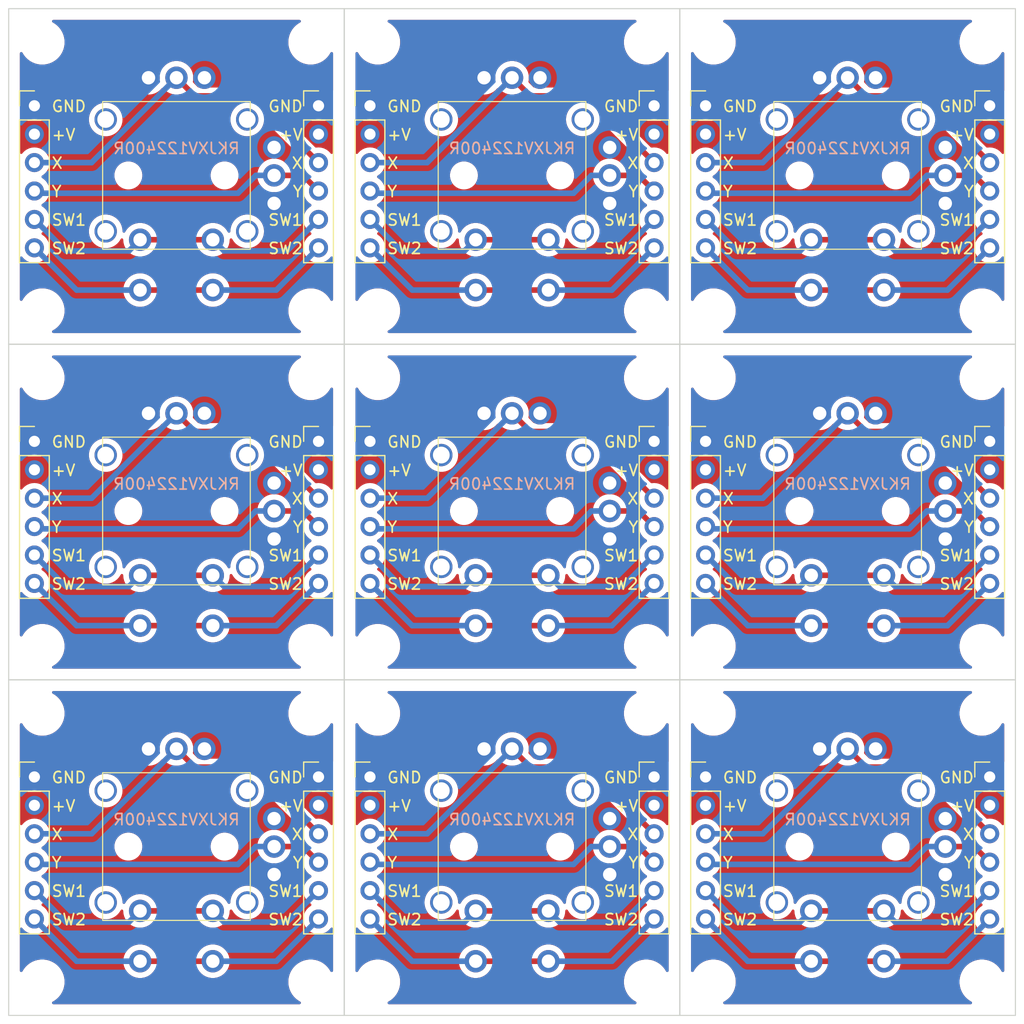
<source format=kicad_pcb>
(kicad_pcb (version 20240108) (generator "pcbnew") (generator_version "8.0")
  (layers (0 "F.Cu" signal) (31 "B.Cu" signal) (34 "B.Paste" user) (35 "F.Paste" user) (36 "B.SilkS" user "B.Silkscreen") (37 "F.SilkS" user "F.Silkscreen") (38 "B.Mask" user) (39 "F.Mask" user) (44 "Edge.Cuts" user))
  (net 0 "")
  (net 1 "SW2")
  (net 2 "X")
  (net 3 "GND")
  (net 4 "VCC")
  (net 5 "SW1")
  (net 6 "Y")
  (footprint "myjoystick:RKJXV122400R" (layer "F.Cu") (at 60 89.905)
    (property "Reference" "U1")
    (property "Value" "RKJXV122400R")
  )
  (footprint "MountingHole:MountingHole_3.5mm" (layer "F.Cu") (at 18 18)
    (property "Reference" "REF**" (hide yes))
    (property "Value" "MountingHole_3.5mm" (hide yes))
  )
  (footprint "MountingHole:MountingHole_3.5mm" (layer "F.Cu") (at 102 48)
    (property "Reference" "REF**" (hide yes))
    (property "Value" "MountingHole_3.5mm" (hide yes))
  )
  (footprint "myjoystick:RKJXV122400R" (layer "F.Cu") (at 60 59.905)
    (property "Reference" "U1")
    (property "Value" "RKJXV122400R")
  )
  (footprint "Connector_PinHeader_2.54mm:PinHeader_1x06_P2.54mm_Vertical" (layer "F.Cu") (at 17.3 23.68)
    (property "Reference" "J1")
    (property "Value" "Conn_01x06_Pin" (hide yes))
  )
  (footprint "myjoystick:RKJXV122400R" (layer "F.Cu") (at 90 59.905)
    (property "Reference" "U1")
    (property "Value" "RKJXV122400R")
  )
  (footprint "Connector_PinHeader_2.54mm:PinHeader_1x06_P2.54mm_Vertical" (layer "F.Cu") (at 17.3 83.68)
    (property "Reference" "J1")
    (property "Value" "Conn_01x06_Pin" (hide yes))
  )
  (footprint "Connector_PinHeader_2.54mm:PinHeader_1x06_P2.54mm_Vertical" (layer "F.Cu") (at 47.3 53.68)
    (property "Reference" "J1")
    (property "Value" "Conn_01x06_Pin" (hide yes))
  )
  (footprint "myjoystick:RKJXV122400R" (layer "F.Cu") (at 90 89.905)
    (property "Reference" "U1")
    (property "Value" "RKJXV122400R")
  )
  (footprint "MountingHole:MountingHole_3.5mm" (layer "F.Cu") (at 18 102)
    (property "Reference" "REF**" (hide yes))
    (property "Value" "MountingHole_3.5mm" (hide yes))
  )
  (footprint "MountingHole:MountingHole_3.5mm" (layer "F.Cu") (at 48 48)
    (property "Reference" "REF**" (hide yes))
    (property "Value" "MountingHole_3.5mm" (hide yes))
  )
  (footprint "MountingHole:MountingHole_3.5mm" (layer "F.Cu") (at 78 102)
    (property "Reference" "REF**" (hide yes))
    (property "Value" "MountingHole_3.5mm" (hide yes))
  )
  (footprint "MountingHole:MountingHole_3.5mm" (layer "F.Cu") (at 72 48)
    (property "Reference" "REF**" (hide yes))
    (property "Value" "MountingHole_3.5mm" (hide yes))
  )
  (footprint "Connector_PinHeader_2.54mm:PinHeader_1x06_P2.54mm_Vertical" (layer "F.Cu") (at 47.3 23.68)
    (property "Reference" "J1")
    (property "Value" "Conn_01x06_Pin" (hide yes))
  )
  (footprint "myjoystick:RKJXV122400R" (layer "F.Cu") (at 60 29.905)
    (property "Reference" "U1")
    (property "Value" "RKJXV122400R")
  )
  (footprint "myjoystick:RKJXV122400R" (layer "F.Cu") (at 30 59.905)
    (property "Reference" "U1")
    (property "Value" "RKJXV122400R")
  )
  (footprint "MountingHole:MountingHole_3.5mm" (layer "F.Cu") (at 18 48)
    (property "Reference" "REF**" (hide yes))
    (property "Value" "MountingHole_3.5mm" (hide yes))
  )
  (footprint "Connector_PinHeader_2.54mm:PinHeader_1x06_P2.54mm_Vertical" (layer "F.Cu") (at 77.3 53.68)
    (property "Reference" "J1")
    (property "Value" "Conn_01x06_Pin" (hide yes))
  )
  (footprint "MountingHole:MountingHole_3.5mm" (layer "F.Cu") (at 48 72)
    (property "Reference" "REF**" (hide yes))
    (property "Value" "MountingHole_3.5mm" (hide yes))
  )
  (footprint "Connector_PinHeader_2.54mm:PinHeader_1x06_P2.54mm_Vertical" (layer "F.Cu") (at 72.7 83.68)
    (property "Reference" "J2")
    (property "Value" "Conn_01x06_Pin" (hide yes))
  )
  (footprint "MountingHole:MountingHole_3.5mm" (layer "F.Cu") (at 42 78)
    (property "Reference" "REF**" (hide yes))
    (property "Value" "MountingHole_3.5mm" (hide yes))
  )
  (footprint "Connector_PinHeader_2.54mm:PinHeader_1x06_P2.54mm_Vertical" (layer "F.Cu") (at 102.7 53.68)
    (property "Reference" "J2")
    (property "Value" "Conn_01x06_Pin" (hide yes))
  )
  (footprint "Connector_PinHeader_2.54mm:PinHeader_1x06_P2.54mm_Vertical" (layer "F.Cu") (at 42.7 83.68)
    (property "Reference" "J2")
    (property "Value" "Conn_01x06_Pin" (hide yes))
  )
  (footprint "MountingHole:MountingHole_3.5mm" (layer "F.Cu") (at 102 78)
    (property "Reference" "REF**" (hide yes))
    (property "Value" "MountingHole_3.5mm" (hide yes))
  )
  (footprint "MountingHole:MountingHole_3.5mm" (layer "F.Cu") (at 42 48)
    (property "Reference" "REF**" (hide yes))
    (property "Value" "MountingHole_3.5mm" (hide yes))
  )
  (footprint "MountingHole:MountingHole_3.5mm" (layer "F.Cu") (at 48 42)
    (property "Reference" "REF**" (hide yes))
    (property "Value" "MountingHole_3.5mm" (hide yes))
  )
  (footprint "MountingHole:MountingHole_3.5mm" (layer "F.Cu") (at 18 72)
    (property "Reference" "REF**" (hide yes))
    (property "Value" "MountingHole_3.5mm" (hide yes))
  )
  (footprint "MountingHole:MountingHole_3.5mm" (layer "F.Cu") (at 78 48)
    (property "Reference" "REF**" (hide yes))
    (property "Value" "MountingHole_3.5mm" (hide yes))
  )
  (footprint "MountingHole:MountingHole_3.5mm" (layer "F.Cu") (at 72 72)
    (property "Reference" "REF**" (hide yes))
    (property "Value" "MountingHole_3.5mm" (hide yes))
  )
  (footprint "Connector_PinHeader_2.54mm:PinHeader_1x06_P2.54mm_Vertical" (layer "F.Cu") (at 77.3 23.68)
    (property "Reference" "J1")
    (property "Value" "Conn_01x06_Pin" (hide yes))
  )
  (footprint "myjoystick:RKJXV122400R" (layer "F.Cu") (at 30 29.905)
    (property "Reference" "U1")
    (property "Value" "RKJXV122400R")
  )
  (footprint "MountingHole:MountingHole_3.5mm" (layer "F.Cu") (at 78 42)
    (property "Reference" "REF**" (hide yes))
    (property "Value" "MountingHole_3.5mm" (hide yes))
  )
  (footprint "MountingHole:MountingHole_3.5mm" (layer "F.Cu") (at 48 18)
    (property "Reference" "REF**" (hide yes))
    (property "Value" "MountingHole_3.5mm" (hide yes))
  )
  (footprint "Connector_PinHeader_2.54mm:PinHeader_1x06_P2.54mm_Vertical" (layer "F.Cu") (at 77.3 83.68)
    (property "Reference" "J1")
    (property "Value" "Conn_01x06_Pin" (hide yes))
  )
  (footprint "MountingHole:MountingHole_3.5mm" (layer "F.Cu") (at 42 72)
    (property "Reference" "REF**" (hide yes))
    (property "Value" "MountingHole_3.5mm" (hide yes))
  )
  (footprint "MountingHole:MountingHole_3.5mm" (layer "F.Cu") (at 78 72)
    (property "Reference" "REF**" (hide yes))
    (property "Value" "MountingHole_3.5mm" (hide yes))
  )
  (footprint "Connector_PinHeader_2.54mm:PinHeader_1x06_P2.54mm_Vertical" (layer "F.Cu") (at 17.3 53.68)
    (property "Reference" "J1")
    (property "Value" "Conn_01x06_Pin" (hide yes))
  )
  (footprint "MountingHole:MountingHole_3.5mm" (layer "F.Cu") (at 72 42)
    (property "Reference" "REF**" (hide yes))
    (property "Value" "MountingHole_3.5mm" (hide yes))
  )
  (footprint "MountingHole:MountingHole_3.5mm" (layer "F.Cu") (at 42 18)
    (property "Reference" "REF**" (hide yes))
    (property "Value" "MountingHole_3.5mm" (hide yes))
  )
  (footprint "Connector_PinHeader_2.54mm:PinHeader_1x06_P2.54mm_Vertical" (layer "F.Cu") (at 72.7 23.68)
    (property "Reference" "J2")
    (property "Value" "Conn_01x06_Pin" (hide yes))
  )
  (footprint "Connector_PinHeader_2.54mm:PinHeader_1x06_P2.54mm_Vertical" (layer "F.Cu") (at 47.3 83.68)
    (property "Reference" "J1")
    (property "Value" "Conn_01x06_Pin" (hide yes))
  )
  (footprint "MountingHole:MountingHole_3.5mm" (layer "F.Cu") (at 102 102)
    (property "Reference" "REF**" (hide yes))
    (property "Value" "MountingHole_3.5mm" (hide yes))
  )
  (footprint "Connector_PinHeader_2.54mm:PinHeader_1x06_P2.54mm_Vertical" (layer "F.Cu") (at 42.7 53.68)
    (property "Reference" "J2")
    (property "Value" "Conn_01x06_Pin" (hide yes))
  )
  (footprint "MountingHole:MountingHole_3.5mm" (layer "F.Cu") (at 78 18)
    (property "Reference" "REF**" (hide yes))
    (property "Value" "MountingHole_3.5mm" (hide yes))
  )
  (footprint "MountingHole:MountingHole_3.5mm" (layer "F.Cu") (at 72 78)
    (property "Reference" "REF**" (hide yes))
    (property "Value" "MountingHole_3.5mm" (hide yes))
  )
  (footprint "MountingHole:MountingHole_3.5mm" (layer "F.Cu") (at 72 18)
    (property "Reference" "REF**" (hide yes))
    (property "Value" "MountingHole_3.5mm" (hide yes))
  )
  (footprint "MountingHole:MountingHole_3.5mm" (layer "F.Cu") (at 18 42)
    (property "Reference" "REF**" (hide yes))
    (property "Value" "MountingHole_3.5mm" (hide yes))
  )
  (footprint "myjoystick:RKJXV122400R" (layer "F.Cu") (at 90 29.905)
    (property "Reference" "U1")
    (property "Value" "RKJXV122400R")
  )
  (footprint "Connector_PinHeader_2.54mm:PinHeader_1x06_P2.54mm_Vertical" (layer "F.Cu") (at 72.7 53.68)
    (property "Reference" "J2")
    (property "Value" "Conn_01x06_Pin" (hide yes))
  )
  (footprint "MountingHole:MountingHole_3.5mm" (layer "F.Cu") (at 48 78)
    (property "Reference" "REF**" (hide yes))
    (property "Value" "MountingHole_3.5mm" (hide yes))
  )
  (footprint "MountingHole:MountingHole_3.5mm" (layer "F.Cu") (at 18 78)
    (property "Reference" "REF**" (hide yes))
    (property "Value" "MountingHole_3.5mm" (hide yes))
  )
  (footprint "myjoystick:RKJXV122400R" (layer "F.Cu") (at 30 89.905)
    (property "Reference" "U1")
    (property "Value" "RKJXV122400R")
  )
  (footprint "MountingHole:MountingHole_3.5mm" (layer "F.Cu") (at 42 42)
    (property "Reference" "REF**" (hide yes))
    (property "Value" "MountingHole_3.5mm" (hide yes))
  )
  (footprint "Connector_PinHeader_2.54mm:PinHeader_1x06_P2.54mm_Vertical" (layer "F.Cu") (at 42.7 23.68)
    (property "Reference" "J2")
    (property "Value" "Conn_01x06_Pin" (hide yes))
  )
  (footprint "MountingHole:MountingHole_3.5mm" (layer "F.Cu") (at 48 102)
    (property "Reference" "REF**" (hide yes))
    (property "Value" "MountingHole_3.5mm" (hide yes))
  )
  (footprint "MountingHole:MountingHole_3.5mm" (layer "F.Cu") (at 102 42)
    (property "Reference" "REF**" (hide yes))
    (property "Value" "MountingHole_3.5mm" (hide yes))
  )
  (footprint "MountingHole:MountingHole_3.5mm" (layer "F.Cu") (at 102 72)
    (property "Reference" "REF**" (hide yes))
    (property "Value" "MountingHole_3.5mm" (hide yes))
  )
  (footprint "MountingHole:MountingHole_3.5mm" (layer "F.Cu") (at 72 102)
    (property "Reference" "REF**" (hide yes))
    (property "Value" "MountingHole_3.5mm" (hide yes))
  )
  (footprint "MountingHole:MountingHole_3.5mm" (layer "F.Cu") (at 78 78)
    (property "Reference" "REF**" (hide yes))
    (property "Value" "MountingHole_3.5mm" (hide yes))
  )
  (footprint "MountingHole:MountingHole_3.5mm" (layer "F.Cu") (at 102 18)
    (property "Reference" "REF**" (hide yes))
    (property "Value" "MountingHole_3.5mm" (hide yes))
  )
  (footprint "Connector_PinHeader_2.54mm:PinHeader_1x06_P2.54mm_Vertical" (layer "F.Cu") (at 102.7 23.68)
    (property "Reference" "J2")
    (property "Value" "Conn_01x06_Pin" (hide yes))
  )
  (footprint "Connector_PinHeader_2.54mm:PinHeader_1x06_P2.54mm_Vertical" (layer "F.Cu") (at 102.7 83.68)
    (property "Reference" "J2")
    (property "Value" "Conn_01x06_Pin" (hide yes))
  )
  (footprint "MountingHole:MountingHole_3.5mm" (layer "F.Cu") (at 42 102)
    (property "Reference" "REF**" (hide yes))
    (property "Value" "MountingHole_3.5mm" (hide yes))
  )
  (gr_rect (start 75 75) (end 105 105) (stroke (width 0.1)) (fill none) (layer "Edge.Cuts"))
  (gr_rect (start 15 15) (end 45 45) (stroke (width 0.1)) (fill none) (layer "Edge.Cuts"))
  (gr_rect (start 45 15) (end 75 45) (stroke (width 0.1)) (fill none) (layer "Edge.Cuts"))
  (gr_rect (start 45 45) (end 75 75) (stroke (width 0.1)) (fill none) (layer "Edge.Cuts"))
  (gr_rect (start 15 75) (end 45 105) (stroke (width 0.1)) (fill none) (layer "Edge.Cuts"))
  (gr_rect (start 75 45) (end 105 75) (stroke (width 0.1)) (fill none) (layer "Edge.Cuts"))
  (gr_rect (start 15 45) (end 45 75) (stroke (width 0.1)) (fill none) (layer "Edge.Cuts"))
  (gr_rect (start 45 75) (end 75 105) (stroke (width 0.1)) (fill none) (layer "Edge.Cuts"))
  (gr_rect (start 75 15) (end 105 45) (stroke (width 0.1)) (fill none) (layer "Edge.Cuts"))
  (gr_text "+V" (at 69.080381 56.855 0) (layer "F.SilkS") (effects (font (size 1 1)) (justify left bottom)))
  (gr_text "+V" (at 99.080381 86.855 0) (layer "F.SilkS") (effects (font (size 1 1)) (justify left bottom)))
  (gr_text "X" (at 78.76 29.395 0) (layer "F.SilkS") (effects (font (size 1 1)) (justify left bottom)))
  (gr_text "SW1" (at 98.128 34.475 0) (layer "F.SilkS") (effects (font (size 1 1)) (justify left bottom)))
  (gr_text "SW2" (at 98.128 67.015 0) (layer "F.SilkS") (effects (font (size 1 1)) (justify left bottom)))
  (gr_text "Y" (at 48.76 61.935 0) (layer "F.SilkS") (effects (font (size 1 1)) (justify left bottom)))
  (gr_text "GND" (at 18.76 54.315 0) (layer "F.SilkS") (effects (font (size 1 1)) (justify left bottom)))
  (gr_text "Y" (at 40.318476 91.935 0) (layer "F.SilkS") (effects (font (size 1 1)) (justify left bottom)))
  (gr_text "SW2" (at 98.128 97.015 0) (layer "F.SilkS") (effects (font (size 1 1)) (justify left bottom)))
  (gr_text "X" (at 48.76 59.395 0) (layer "F.SilkS") (effects (font (size 1 1)) (justify left bottom)))
  (gr_text "Y" (at 18.76 31.935 0) (layer "F.SilkS") (effects (font (size 1 1)) (justify left bottom)))
  (gr_text "+V" (at 39.080381 26.855 0) (layer "F.SilkS") (effects (font (size 1 1)) (justify left bottom)))
  (gr_text "GND" (at 78.76 24.315 0) (layer "F.SilkS") (effects (font (size 1 1)) (justify left bottom)))
  (gr_text "SW1" (at 78.76 64.475 0) (layer "F.SilkS") (effects (font (size 1 1)) (justify left bottom)))
  (gr_text "Y" (at 48.76 91.935 0) (layer "F.SilkS") (effects (font (size 1 1)) (justify left bottom)))
  (gr_text "Y" (at 78.76 91.935 0) (layer "F.SilkS") (effects (font (size 1 1)) (justify left bottom)))
  (gr_text "Y" (at 70.318476 31.935 0) (layer "F.SilkS") (effects (font (size 1 1)) (justify left bottom)))
  (gr_text "GND" (at 38.128 24.315 0) (layer "F.SilkS") (effects (font (size 1 1)) (justify left bottom)))
  (gr_text "GND" (at 68.128 84.315 0) (layer "F.SilkS") (effects (font (size 1 1)) (justify left bottom)))
  (gr_text "X" (at 40.223238 29.395 0) (layer "F.SilkS") (effects (font (size 1 1)) (justify left bottom)))
  (gr_text "Y" (at 78.76 31.935 0) (layer "F.SilkS") (effects (font (size 1 1)) (justify left bottom)))
  (gr_text "GND" (at 78.76 54.315 0) (layer "F.SilkS") (effects (font (size 1 1)) (justify left bottom)))
  (gr_text "SW2" (at 98.128 37.015 0) (layer "F.SilkS") (effects (font (size 1 1)) (justify left bottom)))
  (gr_text "Y" (at 18.76 61.935 0) (layer "F.SilkS") (effects (font (size 1 1)) (justify left bottom)))
  (gr_text "SW2" (at 18.76 67.015 0) (layer "F.SilkS") (effects (font (size 1 1)) (justify left bottom)))
  (gr_text "X" (at 48.76 29.395 0) (layer "F.SilkS") (effects (font (size 1 1)) (justify left bottom)))
  (gr_text "SW2" (at 18.76 97.015 0) (layer "F.SilkS") (effects (font (size 1 1)) (justify left bottom)))
  (gr_text "SW2" (at 48.76 97.015 0) (layer "F.SilkS") (effects (font (size 1 1)) (justify left bottom)))
  (gr_text "X" (at 70.223238 59.395 0) (layer "F.SilkS") (effects (font (size 1 1)) (justify left bottom)))
  (gr_text "X" (at 48.76 89.395 0) (layer "F.SilkS") (effects (font (size 1 1)) (justify left bottom)))
  (gr_text "GND" (at 48.76 54.315 0) (layer "F.SilkS") (effects (font (size 1 1)) (justify left bottom)))
  (gr_text "Y" (at 70.318476 61.935 0) (layer "F.SilkS") (effects (font (size 1 1)) (justify left bottom)))
  (gr_text "GND" (at 68.128 24.315 0) (layer "F.SilkS") (effects (font (size 1 1)) (justify left bottom)))
  (gr_text "Y" (at 40.318476 31.935 0) (layer "F.SilkS") (effects (font (size 1 1)) (justify left bottom)))
  (gr_text "Y" (at 70.318476 91.935 0) (layer "F.SilkS") (effects (font (size 1 1)) (justify left bottom)))
  (gr_text "+V" (at 39.080381 56.855 0) (layer "F.SilkS") (effects (font (size 1 1)) (justify left bottom)))
  (gr_text "X" (at 78.76 89.395 0) (layer "F.SilkS") (effects (font (size 1 1)) (justify left bottom)))
  (gr_text "X" (at 100.223238 59.395 0) (layer "F.SilkS") (effects (font (size 1 1)) (justify left bottom)))
  (gr_text "X" (at 70.223238 89.395 0) (layer "F.SilkS") (effects (font (size 1 1)) (justify left bottom)))
  (gr_text "GND" (at 38.128 84.315 0) (layer "F.SilkS") (effects (font (size 1 1)) (justify left bottom)))
  (gr_text "SW1" (at 68.128 34.475 0) (layer "F.SilkS") (effects (font (size 1 1)) (justify left bottom)))
  (gr_text "X" (at 18.76 59.395 0) (layer "F.SilkS") (effects (font (size 1 1)) (justify left bottom)))
  (gr_text "Y" (at 18.76 91.935 0) (layer "F.SilkS") (effects (font (size 1 1)) (justify left bottom)))
  (gr_text "SW1" (at 78.76 34.475 0) (layer "F.SilkS") (effects (font (size 1 1)) (justify left bottom)))
  (gr_text "Y" (at 78.76 61.935 0) (layer "F.SilkS") (effects (font (size 1 1)) (justify left bottom)))
  (gr_text "GND" (at 68.128 54.315 0) (layer "F.SilkS") (effects (font (size 1 1)) (justify left bottom)))
  (gr_text "X" (at 78.76 59.395 0) (layer "F.SilkS") (effects (font (size 1 1)) (justify left bottom)))
  (gr_text "Y" (at 100.318476 91.935 0) (layer "F.SilkS") (effects (font (size 1 1)) (justify left bottom)))
  (gr_text "+V" (at 39.080381 86.855 0) (layer "F.SilkS") (effects (font (size 1 1)) (justify left bottom)))
  (gr_text "Y" (at 100.318476 31.935 0) (layer "F.SilkS") (effects (font (size 1 1)) (justify left bottom)))
  (gr_text "SW1" (at 38.128 64.475 0) (layer "F.SilkS") (effects (font (size 1 1)) (justify left bottom)))
  (gr_text "+V" (at 48.76 26.855 0) (layer "F.SilkS") (effects (font (size 1 1)) (justify left bottom)))
  (gr_text "SW2" (at 38.128 67.015 0) (layer "F.SilkS") (effects (font (size 1 1)) (justify left bottom)))
  (gr_text "+V" (at 69.080381 86.855 0) (layer "F.SilkS") (effects (font (size 1 1)) (justify left bottom)))
  (gr_text "GND" (at 38.128 54.315 0) (layer "F.SilkS") (effects (font (size 1 1)) (justify left bottom)))
  (gr_text "+V" (at 18.76 86.855 0) (layer "F.SilkS") (effects (font (size 1 1)) (justify left bottom)))
  (gr_text "GND" (at 98.128 54.315 0) (layer "F.SilkS") (effects (font (size 1 1)) (justify left bottom)))
  (gr_text "SW2" (at 48.76 67.015 0) (layer "F.SilkS") (effects (font (size 1 1)) (justify left bottom)))
  (gr_text "GND" (at 48.76 24.315 0) (layer "F.SilkS") (effects (font (size 1 1)) (justify left bottom)))
  (gr_text "Y" (at 40.318476 61.935 0) (layer "F.SilkS") (effects (font (size 1 1)) (justify left bottom)))
  (gr_text "SW2" (at 78.76 37.015 0) (layer "F.SilkS") (effects (font (size 1 1)) (justify left bottom)))
  (gr_text "X" (at 100.223238 29.395 0) (layer "F.SilkS") (effects (font (size 1 1)) (justify left bottom)))
  (gr_text "GND" (at 18.76 84.315 0) (layer "F.SilkS") (effects (font (size 1 1)) (justify left bottom)))
  (gr_text "+V" (at 99.080381 26.855 0) (layer "F.SilkS") (effects (font (size 1 1)) (justify left bottom)))
  (gr_text "SW2" (at 68.128 37.015 0) (layer "F.SilkS") (effects (font (size 1 1)) (justify left bottom)))
  (gr_text "+V" (at 18.76 26.855 0) (layer "F.SilkS") (effects (font (size 1 1)) (justify left bottom)))
  (gr_text "SW1" (at 18.76 94.475 0) (layer "F.SilkS") (effects (font (size 1 1)) (justify left bottom)))
  (gr_text "GND" (at 48.76 84.315 0) (layer "F.SilkS") (effects (font (size 1 1)) (justify left bottom)))
  (gr_text "+V" (at 78.76 56.855 0) (layer "F.SilkS") (effects (font (size 1 1)) (justify left bottom)))
  (gr_text "+V" (at 99.080381 56.855 0) (layer "F.SilkS") (effects (font (size 1 1)) (justify left bottom)))
  (gr_text "X" (at 100.223238 89.395 0) (layer "F.SilkS") (effects (font (size 1 1)) (justify left bottom)))
  (gr_text "X" (at 40.223238 89.395 0) (layer "F.SilkS") (effects (font (size 1 1)) (justify left bottom)))
  (gr_text "SW2" (at 38.128 37.015 0) (layer "F.SilkS") (effects (font (size 1 1)) (justify left bottom)))
  (gr_text "X" (at 70.223238 29.395 0) (layer "F.SilkS") (effects (font (size 1 1)) (justify left bottom)))
  (gr_text "SW2" (at 18.76 37.015 0) (layer "F.SilkS") (effects (font (size 1 1)) (justify left bottom)))
  (gr_text "+V" (at 48.76 86.855 0) (layer "F.SilkS") (effects (font (size 1 1)) (justify left bottom)))
  (gr_text "+V" (at 48.76 56.855 0) (layer "F.SilkS") (effects (font (size 1 1)) (justify left bottom)))
  (gr_text "+V" (at 69.080381 26.855 0) (layer "F.SilkS") (effects (font (size 1 1)) (justify left bottom)))
  (gr_text "SW2" (at 68.128 97.015 0) (layer "F.SilkS") (effects (font (size 1 1)) (justify left bottom)))
  (gr_text "X" (at 40.223238 59.395 0) (layer "F.SilkS") (effects (font (size 1 1)) (justify left bottom)))
  (gr_text "SW2" (at 68.128 67.015 0) (layer "F.SilkS") (effects (font (size 1 1)) (justify left bottom)))
  (gr_text "GND" (at 98.128 24.315 0) (layer "F.SilkS") (effects (font (size 1 1)) (justify left bottom)))
  (gr_text "X" (at 18.76 29.395 0) (layer "F.SilkS") (effects (font (size 1 1)) (justify left bottom)))
  (gr_text "GND" (at 98.128 84.315 0) (layer "F.SilkS") (effects (font (size 1 1)) (justify left bottom)))
  (gr_text "SW1" (at 68.128 94.475 0) (layer "F.SilkS") (effects (font (size 1 1)) (justify left bottom)))
  (gr_text "SW1" (at 98.128 64.475 0) (layer "F.SilkS") (effects (font (size 1 1)) (justify left bottom)))
  (gr_text "+V" (at 78.76 86.855 0) (layer "F.SilkS") (effects (font (size 1 1)) (justify left bottom)))
  (gr_text "+V" (at 18.76 56.855 0) (layer "F.SilkS") (effects (font (size 1 1)) (justify left bottom)))
  (gr_text "Y" (at 48.76 31.935 0) (layer "F.SilkS") (effects (font (size 1 1)) (justify left bottom)))
  (gr_text "Y" (at 100.318476 61.935 0) (layer "F.SilkS") (effects (font (size 1 1)) (justify left bottom)))
  (gr_text "GND" (at 18.76 24.315 0) (layer "F.SilkS") (effects (font (size 1 1)) (justify left bottom)))
  (gr_text "SW1" (at 48.76 34.475 0) (layer "F.SilkS") (effects (font (size 1 1)) (justify left bottom)))
  (gr_text "SW1" (at 98.128 94.475 0) (layer "F.SilkS") (effects (font (size 1 1)) (justify left bottom)))
  (gr_text "X" (at 18.76 89.395 0) (layer "F.SilkS") (effects (font (size 1 1)) (justify left bottom)))
  (gr_text "SW1" (at 48.76 64.475 0) (layer "F.SilkS") (effects (font (size 1 1)) (justify left bottom)))
  (gr_text "SW1" (at 18.76 64.475 0) (layer "F.SilkS") (effects (font (size 1 1)) (justify left bottom)))
  (gr_text "SW1" (at 38.128 94.475 0) (layer "F.SilkS") (effects (font (size 1 1)) (justify left bottom)))
  (gr_text "SW1" (at 18.76 34.475 0) (layer "F.SilkS") (effects (font (size 1 1)) (justify left bottom)))
  (gr_text "SW1" (at 48.76 94.475 0) (layer "F.SilkS") (effects (font (size 1 1)) (justify left bottom)))
  (gr_text "SW1" (at 38.128 34.475 0) (layer "F.SilkS") (effects (font (size 1 1)) (justify left bottom)))
  (gr_text "SW2" (at 38.128 97.015 0) (layer "F.SilkS") (effects (font (size 1 1)) (justify left bottom)))
  (gr_text "GND" (at 78.76 84.315 0) (layer "F.SilkS") (effects (font (size 1 1)) (justify left bottom)))
  (gr_text "SW1" (at 78.76 94.475 0) (layer "F.SilkS") (effects (font (size 1 1)) (justify left bottom)))
  (gr_text "SW2" (at 78.76 97.015 0) (layer "F.SilkS") (effects (font (size 1 1)) (justify left bottom)))
  (gr_text "SW2" (at 48.76 37.015 0) (layer "F.SilkS") (effects (font (size 1 1)) (justify left bottom)))
  (gr_text "+V" (at 78.76 26.855 0) (layer "F.SilkS") (effects (font (size 1 1)) (justify left bottom)))
  (gr_text "SW1" (at 68.128 64.475 0) (layer "F.SilkS") (effects (font (size 1 1)) (justify left bottom)))
  (gr_text "SW2" (at 78.76 67.015 0) (layer "F.SilkS") (effects (font (size 1 1)) (justify left bottom)))
  (segment (start 26.75 70.155) (end 33.25 70.155) (width 0.5) (layer "F.Cu") (net 1))
  (segment (start 26.75 40.155) (end 33.25 40.155) (width 0.5) (layer "F.Cu") (net 1))
  (segment (start 56.75 100.155) (end 63.25 100.155) (width 0.5) (layer "F.Cu") (net 1))
  (segment (start 26.75 100.155) (end 33.25 100.155) (width 0.5) (layer "F.Cu") (net 1))
  (segment (start 86.75 40.155) (end 93.25 40.155) (width 0.5) (layer "F.Cu") (net 1))
  (segment (start 86.75 100.155) (end 93.25 100.155) (width 0.5) (layer "F.Cu") (net 1))
  (segment (start 86.75 70.155) (end 93.25 70.155) (width 0.5) (layer "F.Cu") (net 1))
  (segment (start 56.75 40.155) (end 63.25 40.155) (width 0.5) (layer "F.Cu") (net 1))
  (segment (start 56.75 70.155) (end 63.25 70.155) (width 0.5) (layer "F.Cu") (net 1))
  (segment (start 63.25 100.155) (end 68.925 100.155) (width 0.5) (layer "B.Cu") (net 1))
  (segment (start 98.925 40.155) (end 102.7 36.38) (width 0.5) (layer "B.Cu") (net 1))
  (segment (start 51.075 100.155) (end 47.3 96.38) (width 0.5) (layer "B.Cu") (net 1))
  (segment (start 51.075 40.155) (end 47.3 36.38) (width 0.5) (layer "B.Cu") (net 1))
  (segment (start 51.075 70.155) (end 47.3 66.38) (width 0.5) (layer "B.Cu") (net 1))
  (segment (start 86.75 70.155) (end 81.075 70.155) (width 0.5) (layer "B.Cu") (net 1))
  (segment (start 93.25 70.155) (end 98.925 70.155) (width 0.5) (layer "B.Cu") (net 1))
  (segment (start 56.75 100.155) (end 51.075 100.155) (width 0.5) (layer "B.Cu") (net 1))
  (segment (start 63.25 40.155) (end 68.925 40.155) (width 0.5) (layer "B.Cu") (net 1))
  (segment (start 81.075 40.155) (end 77.3 36.38) (width 0.5) (layer "B.Cu") (net 1))
  (segment (start 38.925 40.155) (end 42.7 36.38) (width 0.5) (layer "B.Cu") (net 1))
  (segment (start 86.75 100.155) (end 81.075 100.155) (width 0.5) (layer "B.Cu") (net 1))
  (segment (start 21.075 40.155) (end 17.3 36.38) (width 0.5) (layer "B.Cu") (net 1))
  (segment (start 93.25 40.155) (end 98.925 40.155) (width 0.5) (layer "B.Cu") (net 1))
  (segment (start 68.925 40.155) (end 72.7 36.38) (width 0.5) (layer "B.Cu") (net 1))
  (segment (start 26.75 40.155) (end 21.075 40.155) (width 0.5) (layer "B.Cu") (net 1))
  (segment (start 21.075 70.155) (end 17.3 66.38) (width 0.5) (layer "B.Cu") (net 1))
  (segment (start 98.925 100.155) (end 102.7 96.38) (width 0.5) (layer "B.Cu") (net 1))
  (segment (start 56.75 70.155) (end 51.075 70.155) (width 0.5) (layer "B.Cu") (net 1))
  (segment (start 68.925 100.155) (end 72.7 96.38) (width 0.5) (layer "B.Cu") (net 1))
  (segment (start 38.925 70.155) (end 42.7 66.38) (width 0.5) (layer "B.Cu") (net 1))
  (segment (start 63.25 70.155) (end 68.925 70.155) (width 0.5) (layer "B.Cu") (net 1))
  (segment (start 33.25 70.155) (end 38.925 70.155) (width 0.5) (layer "B.Cu") (net 1))
  (segment (start 26.75 100.155) (end 21.075 100.155) (width 0.5) (layer "B.Cu") (net 1))
  (segment (start 56.75 40.155) (end 51.075 40.155) (width 0.5) (layer "B.Cu") (net 1))
  (segment (start 33.25 100.155) (end 38.925 100.155) (width 0.5) (layer "B.Cu") (net 1))
  (segment (start 68.925 70.155) (end 72.7 66.38) (width 0.5) (layer "B.Cu") (net 1))
  (segment (start 81.075 100.155) (end 77.3 96.38) (width 0.5) (layer "B.Cu") (net 1))
  (segment (start 38.925 100.155) (end 42.7 96.38) (width 0.5) (layer "B.Cu") (net 1))
  (segment (start 33.25 40.155) (end 38.925 40.155) (width 0.5) (layer "B.Cu") (net 1))
  (segment (start 98.925 70.155) (end 102.7 66.38) (width 0.5) (layer "B.Cu") (net 1))
  (segment (start 21.075 100.155) (end 17.3 96.38) (width 0.5) (layer "B.Cu") (net 1))
  (segment (start 26.75 70.155) (end 21.075 70.155) (width 0.5) (layer "B.Cu") (net 1))
  (segment (start 81.075 70.155) (end 77.3 66.38) (width 0.5) (layer "B.Cu") (net 1))
  (segment (start 86.75 40.155) (end 81.075 40.155) (width 0.5) (layer "B.Cu") (net 1))
  (segment (start 93.25 100.155) (end 98.925 100.155) (width 0.5) (layer "B.Cu") (net 1))
  (segment (start 96.74 82.8) (end 102.7 88.76) (width 0.5) (layer "F.Cu") (net 2))
  (segment (start 36.74 52.8) (end 42.7 58.76) (width 0.5) (layer "F.Cu") (net 2))
  (segment (start 36.74 82.8) (end 42.7 88.76) (width 0.5) (layer "F.Cu") (net 2))
  (segment (start 66.74 22.8) (end 72.7 28.76) (width 0.5) (layer "F.Cu") (net 2))
  (segment (start 91.625 22.8) (end 96.74 22.8) (width 0.5) (layer "F.Cu") (net 2))
  (segment (start 61.625 82.8) (end 66.74 82.8) (width 0.5) (layer "F.Cu") (net 2))
  (segment (start 30 21.175) (end 31.625 22.8) (width 0.5) (layer "F.Cu") (net 2))
  (segment (start 91.625 52.8) (end 96.74 52.8) (width 0.5) (layer "F.Cu") (net 2))
  (segment (start 90 21.175) (end 91.625 22.8) (width 0.5) (layer "F.Cu") (net 2))
  (segment (start 30 51.175) (end 31.625 52.8) (width 0.5) (layer "F.Cu") (net 2))
  (segment (start 91.625 82.8) (end 96.74 82.8) (width 0.5) (layer "F.Cu") (net 2))
  (segment (start 30 81.175) (end 31.625 82.8) (width 0.5) (layer "F.Cu") (net 2))
  (segment (start 61.625 22.8) (end 66.74 22.8) (width 0.5) (layer "F.Cu") (net 2))
  (segment (start 31.625 22.8) (end 36.74 22.8) (width 0.5) (layer "F.Cu") (net 2))
  (segment (start 60 21.175) (end 61.625 22.8) (width 0.5) (layer "F.Cu") (net 2))
  (segment (start 90 81.175) (end 91.625 82.8) (width 0.5) (layer "F.Cu") (net 2))
  (segment (start 60 51.175) (end 61.625 52.8) (width 0.5) (layer "F.Cu") (net 2))
  (segment (start 90 51.175) (end 91.625 52.8) (width 0.5) (layer "F.Cu") (net 2))
  (segment (start 31.625 52.8) (end 36.74 52.8) (width 0.5) (layer "F.Cu") (net 2))
  (segment (start 96.74 22.8) (end 102.7 28.76) (width 0.5) (layer "F.Cu") (net 2))
  (segment (start 96.74 52.8) (end 102.7 58.76) (width 0.5) (layer "F.Cu") (net 2))
  (segment (start 66.74 52.8) (end 72.7 58.76) (width 0.5) (layer "F.Cu") (net 2))
  (segment (start 66.74 82.8) (end 72.7 88.76) (width 0.5) (layer "F.Cu") (net 2))
  (segment (start 31.625 82.8) (end 36.74 82.8) (width 0.5) (layer "F.Cu") (net 2))
  (segment (start 60 81.175) (end 61.625 82.8) (width 0.5) (layer "F.Cu") (net 2))
  (segment (start 61.625 52.8) (end 66.74 52.8) (width 0.5) (layer "F.Cu") (net 2))
  (segment (start 36.74 22.8) (end 42.7 28.76) (width 0.5) (layer "F.Cu") (net 2))
  (segment (start 90 51.175) (end 82.415 58.76) (width 0.5) (layer "B.Cu") (net 2))
  (segment (start 60 51.175) (end 52.415 58.76) (width 0.5) (layer "B.Cu") (net 2))
  (segment (start 22.415 28.76) (end 17.3 28.76) (width 0.5) (layer "B.Cu") (net 2))
  (segment (start 30 21.175) (end 22.415 28.76) (width 0.5) (layer "B.Cu") (net 2))
  (segment (start 90 81.175) (end 82.415 88.76) (width 0.5) (layer "B.Cu") (net 2))
  (segment (start 52.415 88.76) (end 47.3 88.76) (width 0.5) (layer "B.Cu") (net 2))
  (segment (start 82.415 28.76) (end 77.3 28.76) (width 0.5) (layer "B.Cu") (net 2))
  (segment (start 30 81.175) (end 22.415 88.76) (width 0.5) (layer "B.Cu") (net 2))
  (segment (start 90 21.175) (end 82.415 28.76) (width 0.5) (layer "B.Cu") (net 2))
  (segment (start 22.415 88.76) (end 17.3 88.76) (width 0.5) (layer "B.Cu") (net 2))
  (segment (start 52.415 58.76) (end 47.3 58.76) (width 0.5) (layer "B.Cu") (net 2))
  (segment (start 60 81.175) (end 52.415 88.76) (width 0.5) (layer "B.Cu") (net 2))
  (segment (start 30 51.175) (end 22.415 58.76) (width 0.5) (layer "B.Cu") (net 2))
  (segment (start 52.415 28.76) (end 47.3 28.76) (width 0.5) (layer "B.Cu") (net 2))
  (segment (start 82.415 88.76) (end 77.3 88.76) (width 0.5) (layer "B.Cu") (net 2))
  (segment (start 22.415 58.76) (end 17.3 58.76) (width 0.5) (layer "B.Cu") (net 2))
  (segment (start 60 21.175) (end 52.415 28.76) (width 0.5) (layer "B.Cu") (net 2))
  (segment (start 82.415 58.76) (end 77.3 58.76) (width 0.5) (layer "B.Cu") (net 2))
  (segment (start 17.3 83.68) (end 17.3 83.46) (width 1) (layer "B.Cu") (net 3))
  (segment (start 77.3 83.68) (end 77.3 83.46) (width 1) (layer "B.Cu") (net 3))
  (segment (start 86.175 82.5) (end 78.48 82.5) (width 0.5) (layer "B.Cu") (net 3))
  (segment (start 48.48 82.5) (end 47.3 83.68) (width 0.5) (layer "B.Cu") (net 3))
  (segment (start 89.675 19) (end 95.875 19) (width 0.5) (layer "B.Cu") (net 3))
  (segment (start 65.875 19) (end 70.555 23.68) (width 0.5) (layer "B.Cu") (net 3))
  (segment (start 18.48 82.5) (end 17.3 83.68) (width 0.5) (layer "B.Cu") (net 3))
  (segment (start 17.3 23.68) (end 17.3 23.46) (width 1) (layer "B.Cu") (net 3))
  (segment (start 100.76 30.375) (end 100.76 23.885) (width 0.5) (layer "B.Cu") (net 3))
  (segment (start 56.175 82.5) (end 48.48 82.5) (width 0.5) (layer "B.Cu") (net 3))
  (segment (start 78.48 52.5) (end 77.3 53.68) (width 0.5) (layer "B.Cu") (net 3))
  (segment (start 42.7 53.68) (end 40.555 53.68) (width 0.5) (layer "B.Cu") (net 3))
  (segment (start 42.7 23.68) (end 40.555 23.68) (width 0.5) (layer "B.Cu") (net 3))
  (segment (start 89.675 79) (end 95.875 79) (width 0.5) (layer "B.Cu") (net 3))
  (segment (start 100.76 90.375) (end 100.76 83.885) (width 0.5) (layer "B.Cu") (net 3))
  (segment (start 40.76 30.375) (end 40.76 23.885) (width 0.5) (layer "B.Cu") (net 3))
  (segment (start 95.875 19) (end 100.555 23.68) (width 0.5) (layer "B.Cu") (net 3))
  (segment (start 48.48 22.5) (end 47.3 23.68) (width 0.5) (layer "B.Cu") (net 3))
  (segment (start 17.3 53.68) (end 17.3 53.46) (width 1) (layer "B.Cu") (net 3))
  (segment (start 40.76 83.885) (end 40.555 83.68) (width 0.5) (layer "B.Cu") (net 3))
  (segment (start 86.175 22.5) (end 78.48 22.5) (width 0.5) (layer "B.Cu") (net 3))
  (segment (start 56.175 52.5) (end 48.48 52.5) (width 0.5) (layer "B.Cu") (net 3))
  (segment (start 70.76 30.375) (end 70.76 23.885) (width 0.5) (layer "B.Cu") (net 3))
  (segment (start 35.875 79) (end 40.555 83.68) (width 0.5) (layer "B.Cu") (net 3))
  (segment (start 26.175 52.5) (end 18.48 52.5) (width 0.5) (layer "B.Cu") (net 3))
  (segment (start 27.5 81.175) (end 26.175 82.5) (width 0.5) (layer "B.Cu") (net 3))
  (segment (start 65.875 79) (end 70.555 83.68) (width 0.5) (layer "B.Cu") (net 3))
  (segment (start 77.3 53.68) (end 77.3 53.46) (width 1) (layer "B.Cu") (net 3))
  (segment (start 87.5 21.175) (end 89.675 19) (width 0.5) (layer "B.Cu") (net 3))
  (segment (start 27.5 51.175) (end 29.675 49) (width 0.5) (layer "B.Cu") (net 3))
  (segment (start 102.7 53.68) (end 100.555 53.68) (width 0.5) (layer "B.Cu") (net 3))
  (segment (start 100.76 23.885) (end 100.555 23.68) (width 0.5) (layer "B.Cu") (net 3))
  (segment (start 40.76 90.375) (end 40.76 83.885) (width 0.5) (layer "B.Cu") (net 3))
  (segment (start 29.675 19) (end 35.875 19) (width 0.5) (layer "B.Cu") (net 3))
  (segment (start 70.76 60.375) (end 70.76 53.885) (width 0.5) (layer "B.Cu") (net 3))
  (segment (start 47.3 83.68) (end 47.3 83.46) (width 1) (layer "B.Cu") (net 3))
  (segment (start 98.73 32.405) (end 100.76 30.375) (width 0.5) (layer "B.Cu") (net 3))
  (segment (start 18.48 22.5) (end 17.3 23.68) (width 0.5) (layer "B.Cu") (net 3))
  (segment (start 35.875 49) (end 40.555 53.68) (width 0.5) (layer "B.Cu") (net 3))
  (segment (start 57.5 51.175) (end 56.175 52.5) (width 0.5) (layer "B.Cu") (net 3))
  (segment (start 35.875 19) (end 40.555 23.68) (width 0.5) (layer "B.Cu") (net 3))
  (segment (start 72.7 83.68) (end 70.555 83.68) (width 0.5) (layer "B.Cu") (net 3))
  (segment (start 56.175 22.5) (end 48.48 22.5) (width 0.5) (layer "B.Cu") (net 3))
  (segment (start 65.875 49) (end 70.555 53.68) (width 0.5) (layer "B.Cu") (net 3))
  (segment (start 47.3 23.68) (end 47.3 23.46) (width 1) (layer "B.Cu") (net 3))
  (segment (start 78.48 22.5) (end 77.3 23.68) (width 0.5) (layer "B.Cu") (net 3))
  (segment (start 59.675 49) (end 65.875 49) (width 0.5) (layer "B.Cu") (net 3))
  (segment (start 38.73 32.405) (end 40.76 30.375) (width 0.5) (layer "B.Cu") (net 3))
  (segment (start 42.7 83.68) (end 40.555 83.68) (width 0.5) (layer "B.Cu") (net 3))
  (segment (start 57.5 21.175) (end 56.175 22.5) (width 0.5) (layer "B.Cu") (net 3))
  (segment (start 78.48 82.5) (end 77.3 83.68) (width 0.5) (layer "B.Cu") (net 3))
  (segment (start 27.5 51.175) (end 26.175 52.5) (width 0.5) (layer "B.Cu") (net 3))
  (segment (start 100.76 60.375) (end 100.76 53.885) (width 0.5) (layer "B.Cu") (net 3))
  (segment (start 68.73 32.405) (end 70.76 30.375) (width 0.5) (layer "B.Cu") (net 3))
  (segment (start 70.76 53.885) (end 70.555 53.68) (width 0.5) (layer "B.Cu") (net 3))
  (segment (start 89.675 49) (end 95.875 49) (width 0.5) (layer "B.Cu") (net 3))
  (segment (start 47.3 53.68) (end 47.3 53.46) (width 1) (layer "B.Cu") (net 3))
  (segment (start 40.76 53.885) (end 40.555 53.68) (width 0.5) (layer "B.Cu") (net 3))
  (segment (start 18.48 52.5) (end 17.3 53.68) (width 0.5) (layer "B.Cu") (net 3))
  (segment (start 100.76 53.885) (end 100.555 53.68) (width 0.5) (layer "B.Cu") (net 3))
  (segment (start 27.5 21.175) (end 29.675 19) (width 0.5) (layer "B.Cu") (net 3))
  (segment (start 40.76 23.885) (end 40.555 23.68) (width 0.5) (layer "B.Cu") (net 3))
  (segment (start 70.76 23.885) (end 70.555 23.68) (width 0.5) (layer "B.Cu") (net 3))
  (segment (start 87.5 21.175) (end 86.175 22.5) (width 0.5) (layer "B.Cu") (net 3))
  (segment (start 102.7 23.68) (end 100.555 23.68) (width 0.5) (layer "B.Cu") (net 3))
  (segment (start 87.5 51.175) (end 89.675 49) (width 0.5) (layer "B.Cu") (net 3))
  (segment (start 77.3 23.68) (end 77.3 23.46) (width 1) (layer "B.Cu") (net 3))
  (segment (start 70.76 83.885) (end 70.555 83.68) (width 0.5) (layer "B.Cu") (net 3))
  (segment (start 29.675 79) (end 35.875 79) (width 0.5) (layer "B.Cu") (net 3))
  (segment (start 57.5 81.175) (end 59.675 79) (width 0.5) (layer "B.Cu") (net 3))
  (segment (start 102.7 83.68) (end 100.555 83.68) (width 0.5) (layer "B.Cu") (net 3))
  (segment (start 57.5 51.175) (end 59.675 49) (width 0.5) (layer "B.Cu") (net 3))
  (segment (start 27.5 21.175) (end 26.175 22.5) (width 0.5) (layer "B.Cu") (net 3))
  (segment (start 68.73 92.405) (end 70.76 90.375) (width 0.5) (layer "B.Cu") (net 3))
  (segment (start 38.73 62.405) (end 40.76 60.375) (width 0.5) (layer "B.Cu") (net 3))
  (segment (start 86.175 52.5) (end 78.48 52.5) (width 0.5) (layer "B.Cu") (net 3))
  (segment (start 98.73 92.405) (end 100.76 90.375) (width 0.5) (layer "B.Cu") (net 3))
  (segment (start 68.73 62.405) (end 70.76 60.375) (width 0.5) (layer "B.Cu") (net 3))
  (segment (start 57.5 81.175) (end 56.175 82.5) (width 0.5) (layer "B.Cu") (net 3))
  (segment (start 100.76 83.885) (end 100.555 83.68) (width 0.5) (layer "B.Cu") (net 3))
  (segment (start 40.76 60.375) (end 40.76 53.885) (width 0.5) (layer "B.Cu") (net 3))
  (segment (start 27.5 81.175) (end 29.675 79) (width 0.5) (layer "B.Cu") (net 3))
  (segment (start 59.675 79) (end 65.875 79) (width 0.5) (layer "B.Cu") (net 3))
  (segment (start 98.73 62.405) (end 100.76 60.375) (width 0.5) (layer "B.Cu") (net 3))
  (segment (start 95.875 49) (end 100.555 53.68) (width 0.5) (layer "B.Cu") (net 3))
  (segment (start 87.5 81.175) (end 89.675 79) (width 0.5) (layer "B.Cu") (net 3))
  (segment (start 26.175 22.5) (end 18.48 22.5) (width 0.5) (layer "B.Cu") (net 3))
  (segment (start 57.5 21.175) (end 59.675 19) (width 0.5) (layer "B.Cu") (net 3))
  (segment (start 48.48 52.5) (end 47.3 53.68) (width 0.5) (layer "B.Cu") (net 3))
  (segment (start 70.76 90.375) (end 70.76 83.885) (width 0.5) (layer "B.Cu") (net 3))
  (segment (start 87.5 51.175) (end 86.175 52.5) (width 0.5) (layer "B.Cu") (net 3))
  (segment (start 95.875 79) (end 100.555 83.68) (width 0.5) (layer "B.Cu") (net 3))
  (segment (start 26.175 82.5) (end 18.48 82.5) (width 0.5) (layer "B.Cu") (net 3))
  (segment (start 72.7 23.68) (end 70.555 23.68) (width 0.5) (layer "B.Cu") (net 3))
  (segment (start 38.73 92.405) (end 40.76 90.375) (width 0.5) (layer "B.Cu") (net 3))
  (segment (start 87.5 81.175) (end 86.175 82.5) (width 0.5) (layer "B.Cu") (net 3))
  (segment (start 29.675 49) (end 35.875 49) (width 0.5) (layer "B.Cu") (net 3))
  (segment (start 72.7 53.68) (end 70.555 53.68) (width 0.5) (layer "B.Cu") (net 3))
  (segment (start 59.675 19) (end 65.875 19) (width 0.5) (layer "B.Cu") (net 3))
  (segment (start 92.5 21.175) (end 90.325 19) (width 0.5) (layer "F.Cu") (net 4))
  (segment (start 30.325 49) (end 27 49) (width 0.5) (layer "F.Cu") (net 4))
  (segment (start 50.965 27.405) (end 49.78 26.22) (width 0.5) (layer "F.Cu") (net 4))
  (segment (start 50.965 57.405) (end 49.78 56.22) (width 0.5) (layer "F.Cu") (net 4))
  (segment (start 32.5 51.175) (end 37.655 51.175) (width 0.5) (layer "F.Cu") (net 4))
  (segment (start 32.5 51.175) (end 30.325 49) (width 0.5) (layer "F.Cu") (net 4))
  (segment (start 17.3 26.22) (end 19.78 26.22) (width 0.5) (layer "F.Cu") (net 4))
  (segment (start 60.325 19) (end 57 19) (width 0.5) (layer "F.Cu") (net 4))
  (segment (start 47.3 86.22) (end 49.78 86.22) (width 0.5) (layer "F.Cu") (net 4))
  (segment (start 97.655 81.175) (end 102.7 86.22) (width 0.5) (layer "F.Cu") (net 4))
  (segment (start 57 19) (end 49.78 26.22) (width 0.5) (layer "F.Cu") (net 4))
  (segment (start 62.5 21.175) (end 67.655 21.175) (width 0.5) (layer "F.Cu") (net 4))
  (segment (start 68.73 57.405) (end 50.965 57.405) (width 0.5) (layer "F.Cu") (net 4))
  (segment (start 97.655 21.175) (end 102.7 26.22) (width 0.5) (layer "F.Cu") (net 4))
  (segment (start 62.5 51.175) (end 60.325 49) (width 0.5) (layer "F.Cu") (net 4))
  (segment (start 68.73 87.405) (end 50.965 87.405) (width 0.5) (layer "F.Cu") (net 4))
  (segment (start 38.73 57.405) (end 20.965 57.405) (width 0.5) (layer "F.Cu") (net 4))
  (segment (start 27 19) (end 19.78 26.22) (width 0.5) (layer "F.Cu") (net 4))
  (segment (start 32.5 21.175) (end 30.325 19) (width 0.5) (layer "F.Cu") (net 4))
  (segment (start 60.325 79) (end 57 79) (width 0.5) (layer "F.Cu") (net 4))
  (segment (start 17.3 86.22) (end 19.78 86.22) (width 0.5) (layer "F.Cu") (net 4))
  (segment (start 80.965 57.405) (end 79.78 56.22) (width 0.5) (layer "F.Cu") (net 4))
  (segment (start 62.5 81.175) (end 60.325 79) (width 0.5) (layer "F.Cu") (net 4))
  (segment (start 27 49) (end 19.78 56.22) (width 0.5) (layer "F.Cu") (net 4))
  (segment (start 20.965 87.405) (end 19.78 86.22) (width 0.5) (layer "F.Cu") (net 4))
  (segment (start 98.73 27.405) (end 80.965 27.405) (width 0.5) (layer "F.Cu") (net 4))
  (segment (start 80.965 27.405) (end 79.78 26.22) (width 0.5) (layer "F.Cu") (net 4))
  (segment (start 60.325 49) (end 57 49) (width 0.5) (layer "F.Cu") (net 4))
  (segment (start 90.325 79) (end 87 79) (width 0.5) (layer "F.Cu") (net 4))
  (segment (start 90.325 49) (end 87 49) (width 0.5) (layer "F.Cu") (net 4))
  (segment (start 57 79) (end 49.78 86.22) (width 0.5) (layer "F.Cu") (net 4))
  (segment (start 30.325 19) (end 27 19) (width 0.5) (layer "F.Cu") (net 4))
  (segment (start 77.3 26.22) (end 79.78 26.22) (width 0.5) (layer "F.Cu") (net 4))
  (segment (start 37.655 21.175) (end 42.7 26.22) (width 0.5) (layer "F.Cu") (net 4))
  (segment (start 98.73 87.405) (end 80.965 87.405) (width 0.5) (layer "F.Cu") (net 4))
  (segment (start 68.73 27.405) (end 50.965 27.405) (width 0.5) (layer "F.Cu") (net 4))
  (segment (start 67.655 51.175) (end 72.7 56.22) (width 0.5) (layer "F.Cu") (net 4))
  (segment (start 97.655 51.175) (end 102.7 56.22) (width 0.5) (layer "F.Cu") (net 4))
  (segment (start 80.965 87.405) (end 79.78 86.22) (width 0.5) (layer "F.Cu") (net 4))
  (segment (start 67.655 81.175) (end 72.7 86.22) (width 0.5) (layer "F.Cu") (net 4))
  (segment (start 87 19) (end 79.78 26.22) (width 0.5) (layer "F.Cu") (net 4))
  (segment (start 17.3 56.22) (end 19.78 56.22) (width 0.5) (layer "F.Cu") (net 4))
  (segment (start 87 79) (end 79.78 86.22) (width 0.5) (layer "F.Cu") (net 4))
  (segment (start 47.3 26.22) (end 49.78 26.22) (width 0.5) (layer "F.Cu") (net 4))
  (segment (start 32.5 81.175) (end 37.655 81.175) (width 0.5) (layer "F.Cu") (net 4))
  (segment (start 67.655 21.175) (end 72.7 26.22) (width 0.5) (layer "F.Cu") (net 4))
  (segment (start 87 49) (end 79.78 56.22) (width 0.5) (layer "F.Cu") (net 4))
  (segment (start 50.965 87.405) (end 49.78 86.22) (width 0.5) (layer "F.Cu") (net 4))
  (segment (start 77.3 86.22) (end 79.78 86.22) (width 0.5) (layer "F.Cu") (net 4))
  (segment (start 92.5 81.175) (end 97.655 81.175) (width 0.5) (layer "F.Cu") (net 4))
  (segment (start 37.655 81.175) (end 42.7 86.22) (width 0.5) (layer "F.Cu") (net 4))
  (segment (start 92.5 51.175) (end 90.325 49) (width 0.5) (layer "F.Cu") (net 4))
  (segment (start 98.73 57.405) (end 80.965 57.405) (width 0.5) (layer "F.Cu") (net 4))
  (segment (start 32.5 21.175) (end 37.655 21.175) (width 0.5) (layer "F.Cu") (net 4))
  (segment (start 47.3 56.22) (end 49.78 56.22) (width 0.5) (layer "F.Cu") (net 4))
  (segment (start 30.325 79) (end 27 79) (width 0.5) (layer "F.Cu") (net 4))
  (segment (start 62.5 21.175) (end 60.325 19) (width 0.5) (layer "F.Cu") (net 4))
  (segment (start 77.3 56.22) (end 79.78 56.22) (width 0.5) (layer "F.Cu") (net 4))
  (segment (start 37.655 51.175) (end 42.7 56.22) (width 0.5) (layer "F.Cu") (net 4))
  (segment (start 92.5 81.175) (end 90.325 79) (width 0.5) (layer "F.Cu") (net 4))
  (segment (start 38.73 27.405) (end 20.965 27.405) (width 0.5) (layer "F.Cu") (net 4))
  (segment (start 20.965 27.405) (end 19.78 26.22) (width 0.5) (layer "F.Cu") (net 4))
  (segment (start 32.5 81.175) (end 30.325 79) (width 0.5) (layer "F.Cu") (net 4))
  (segment (start 20.965 57.405) (end 19.78 56.22) (width 0.5) (layer "F.Cu") (net 4))
  (segment (start 27 79) (end 19.78 86.22) (width 0.5) (layer "F.Cu") (net 4))
  (segment (start 57 49) (end 49.78 56.22) (width 0.5) (layer "F.Cu") (net 4))
  (segment (start 92.5 51.175) (end 97.655 51.175) (width 0.5) (layer "F.Cu") (net 4))
  (segment (start 38.73 87.405) (end 20.965 87.405) (width 0.5) (layer "F.Cu") (net 4))
  (segment (start 92.5 21.175) (end 97.655 21.175) (width 0.5) (layer "F.Cu") (net 4))
  (segment (start 62.5 51.175) (end 67.655 51.175) (width 0.5) (layer "F.Cu") (net 4))
  (segment (start 90.325 19) (end 87 19) (width 0.5) (layer "F.Cu") (net 4))
  (segment (start 62.5 81.175) (end 67.655 81.175) (width 0.5) (layer "F.Cu") (net 4))
  (segment (start 56.75 65.655) (end 63.25 65.655) (width 0.5) (layer "F.Cu") (net 5))
  (segment (start 56.75 95.655) (end 63.25 95.655) (width 0.5) (layer "F.Cu") (net 5))
  (segment (start 86.75 35.655) (end 93.25 35.655) (width 0.5) (layer "F.Cu") (net 5))
  (segment (start 86.75 95.655) (end 93.25 95.655) (width 0.5) (layer "F.Cu") (net 5))
  (segment (start 86.75 65.655) (end 93.25 65.655) (width 0.5) (layer "F.Cu") (net 5))
  (segment (start 26.75 95.655) (end 33.25 95.655) (width 0.5) (layer "F.Cu") (net 5))
  (segment (start 56.75 35.655) (end 63.25 35.655) (width 0.5) (layer "F.Cu") (net 5))
  (segment (start 26.75 35.655) (end 33.25 35.655) (width 0.5) (layer "F.Cu") (net 5))
  (segment (start 26.75 65.655) (end 33.25 65.655) (width 0.5) (layer "F.Cu") (net 5))
  (segment (start 39.885 66.655) (end 42.7 63.84) (width 0.5) (layer "B.Cu") (net 5))
  (segment (start 47.3 63.84) (end 50.115 66.655) (width 0.5) (layer "B.Cu") (net 5))
  (segment (start 94.25 96.655) (end 99.885 96.655) (width 0.5) (layer "B.Cu") (net 5))
  (segment (start 63.25 35.655) (end 64.25 36.655) (width 0.5) (layer "B.Cu") (net 5))
  (segment (start 69.885 66.655) (end 72.7 63.84) (width 0.5) (layer "B.Cu") (net 5))
  (segment (start 63.25 95.655) (end 64.25 96.655) (width 0.5) (layer "B.Cu") (net 5))
  (segment (start 80.115 36.655) (end 85.75 36.655) (width 0.5) (layer "B.Cu") (net 5))
  (segment (start 77.3 93.84) (end 80.115 96.655) (width 0.5) (layer "B.Cu") (net 5))
  (segment (start 85.75 36.655) (end 86.75 35.655) (width 0.5) (layer "B.Cu") (net 5))
  (segment (start 39.885 36.655) (end 42.7 33.84) (width 0.5) (layer "B.Cu") (net 5))
  (segment (start 33.25 65.655) (end 34.25 66.655) (width 0.5) (layer "B.Cu") (net 5))
  (segment (start 55.75 96.655) (end 56.75 95.655) (width 0.5) (layer "B.Cu") (net 5))
  (segment (start 93.25 65.655) (end 94.25 66.655) (width 0.5) (layer "B.Cu") (net 5))
  (segment (start 20.115 96.655) (end 25.75 96.655) (width 0.5) (layer "B.Cu") (net 5))
  (segment (start 25.75 36.655) (end 26.75 35.655) (width 0.5) (layer "B.Cu") (net 5))
  (segment (start 77.3 33.84) (end 80.115 36.655) (width 0.5) (layer "B.Cu") (net 5))
  (segment (start 69.885 96.655) (end 72.7 93.84) (width 0.5) (layer "B.Cu") (net 5))
  (segment (start 17.3 63.84) (end 20.115 66.655) (width 0.5) (layer "B.Cu") (net 5))
  (segment (start 93.25 95.655) (end 94.25 96.655) (width 0.5) (layer "B.Cu") (net 5))
  (segment (start 93.25 35.655) (end 94.25 36.655) (width 0.5) (layer "B.Cu") (net 5))
  (segment (start 17.3 33.84) (end 20.115 36.655) (width 0.5) (layer "B.Cu") (net 5))
  (segment (start 33.25 95.655) (end 34.25 96.655) (width 0.5) (layer "B.Cu") (net 5))
  (segment (start 25.75 66.655) (end 26.75 65.655) (width 0.5) (layer "B.Cu") (net 5))
  (segment (start 34.25 66.655) (end 39.885 66.655) (width 0.5) (layer "B.Cu") (net 5))
  (segment (start 80.115 96.655) (end 85.75 96.655) (width 0.5) (layer "B.Cu") (net 5))
  (segment (start 39.885 96.655) (end 42.7 93.84) (width 0.5) (layer "B.Cu") (net 5))
  (segment (start 64.25 96.655) (end 69.885 96.655) (width 0.5) (layer "B.Cu") (net 5))
  (segment (start 99.885 66.655) (end 102.7 63.84) (width 0.5) (layer "B.Cu") (net 5))
  (segment (start 94.25 66.655) (end 99.885 66.655) (width 0.5) (layer "B.Cu") (net 5))
  (segment (start 17.3 93.84) (end 20.115 96.655) (width 0.5) (layer "B.Cu") (net 5))
  (segment (start 64.25 66.655) (end 69.885 66.655) (width 0.5) (layer "B.Cu") (net 5))
  (segment (start 94.25 36.655) (end 99.885 36.655) (width 0.5) (layer "B.Cu") (net 5))
  (segment (start 47.3 33.84) (end 50.115 36.655) (width 0.5) (layer "B.Cu") (net 5))
  (segment (start 69.885 36.655) (end 72.7 33.84) (width 0.5) (layer "B.Cu") (net 5))
  (segment (start 47.3 93.84) (end 50.115 96.655) (width 0.5) (layer "B.Cu") (net 5))
  (segment (start 85.75 96.655) (end 86.75 95.655) (width 0.5) (layer "B.Cu") (net 5))
  (segment (start 50.115 36.655) (end 55.75 36.655) (width 0.5) (layer "B.Cu") (net 5))
  (segment (start 34.25 96.655) (end 39.885 96.655) (width 0.5) (layer "B.Cu") (net 5))
  (segment (start 99.885 96.655) (end 102.7 93.84) (width 0.5) (layer "B.Cu") (net 5))
  (segment (start 64.25 36.655) (end 69.885 36.655) (width 0.5) (layer "B.Cu") (net 5))
  (segment (start 50.115 96.655) (end 55.75 96.655) (width 0.5) (layer "B.Cu") (net 5))
  (segment (start 63.25 65.655) (end 64.25 66.655) (width 0.5) (layer "B.Cu") (net 5))
  (segment (start 20.115 36.655) (end 25.75 36.655) (width 0.5) (layer "B.Cu") (net 5))
  (segment (start 34.25 36.655) (end 39.885 36.655) (width 0.5) (layer "B.Cu") (net 5))
  (segment (start 80.115 66.655) (end 85.75 66.655) (width 0.5) (layer "B.Cu") (net 5))
  (segment (start 77.3 63.84) (end 80.115 66.655) (width 0.5) (layer "B.Cu") (net 5))
  (segment (start 20.115 66.655) (end 25.75 66.655) (width 0.5) (layer "B.Cu") (net 5))
  (segment (start 99.885 36.655) (end 102.7 33.84) (width 0.5) (layer "B.Cu") (net 5))
  (segment (start 50.115 66.655) (end 55.75 66.655) (width 0.5) (layer "B.Cu") (net 5))
  (segment (start 33.25 35.655) (end 34.25 36.655) (width 0.5) (layer "B.Cu") (net 5))
  (segment (start 55.75 66.655) (end 56.75 65.655) (width 0.5) (layer "B.Cu") (net 5))
  (segment (start 55.75 36.655) (end 56.75 35.655) (width 0.5) (layer "B.Cu") (net 5))
  (segment (start 85.75 66.655) (end 86.75 65.655) (width 0.5) (layer "B.Cu") (net 5))
  (segment (start 25.75 96.655) (end 26.75 95.655) (width 0.5) (layer "B.Cu") (net 5))
  (segment (start 101.305 89.905) (end 102.7 91.3) (width 0.5) (layer "F.Cu") (net 6))
  (segment (start 41.305 59.905) (end 42.7 61.3) (width 0.5) (layer "F.Cu") (net 6))
  (segment (start 68.73 29.905) (end 71.305 29.905) (width 0.5) (layer "F.Cu") (net 6))
  (segment (start 68.73 89.905) (end 71.305 89.905) (width 0.5) (layer "F.Cu") (net 6))
  (segment (start 98.73 89.905) (end 101.305 89.905) (width 0.5) (layer "F.Cu") (net 6))
  (segment (start 101.305 29.905) (end 102.7 31.3) (width 0.5) (layer "F.Cu") (net 6))
  (segment (start 71.305 29.905) (end 72.7 31.3) (width 0.5) (layer "F.Cu") (net 6))
  (segment (start 98.73 59.905) (end 101.305 59.905) (width 0.5) (layer "F.Cu") (net 6))
  (segment (start 38.73 89.905) (end 41.305 89.905) (width 0.5) (layer "F.Cu") (net 6))
  (segment (start 41.305 29.905) (end 42.7 31.3) (width 0.5) (layer "F.Cu") (net 6))
  (segment (start 101.305 59.905) (end 102.7 61.3) (width 0.5) (layer "F.Cu") (net 6))
  (segment (start 71.305 89.905) (end 72.7 91.3) (width 0.5) (layer "F.Cu") (net 6))
  (segment (start 38.73 29.905) (end 41.305 29.905) (width 0.5) (layer "F.Cu") (net 6))
  (segment (start 68.73 59.905) (end 71.305 59.905) (width 0.5) (layer "F.Cu") (net 6))
  (segment (start 71.305 59.905) (end 72.7 61.3) (width 0.5) (layer "F.Cu") (net 6))
  (segment (start 41.305 89.905) (end 42.7 91.3) (width 0.5) (layer "F.Cu") (net 6))
  (segment (start 98.73 29.905) (end 101.305 29.905) (width 0.5) (layer "F.Cu") (net 6))
  (segment (start 38.73 59.905) (end 41.305 59.905) (width 0.5) (layer "F.Cu") (net 6))
  (segment (start 98.73 89.905) (end 97.095 89.905) (width 0.5) (layer "B.Cu") (net 6))
  (segment (start 47.5 31.5) (end 47.3 31.3) (width 0.5) (layer "B.Cu") (net 6))
  (segment (start 65.5 91.5) (end 47.5 91.5) (width 0.5) (layer "B.Cu") (net 6))
  (segment (start 68.73 59.905) (end 67.095 59.905) (width 0.5) (layer "B.Cu") (net 6))
  (segment (start 17.5 91.5) (end 17.3 91.3) (width 0.5) (layer "B.Cu") (net 6))
  (segment (start 97.095 59.905) (end 95.5 61.5) (width 0.5) (layer "B.Cu") (net 6))
  (segment (start 98.73 29.905) (end 97.095 29.905) (width 0.5) (layer "B.Cu") (net 6))
  (segment (start 47.5 61.5) (end 47.3 61.3) (width 0.5) (layer "B.Cu") (net 6))
  (segment (start 97.095 29.905) (end 95.5 31.5) (width 0.5) (layer "B.Cu") (net 6))
  (segment (start 95.5 91.5) (end 77.5 91.5) (width 0.5) (layer "B.Cu") (net 6))
  (segment (start 67.095 29.905) (end 65.5 31.5) (width 0.5) (layer "B.Cu") (net 6))
  (segment (start 38.73 29.905) (end 37.095 29.905) (width 0.5) (layer "B.Cu") (net 6))
  (segment (start 65.5 61.5) (end 47.5 61.5) (width 0.5) (layer "B.Cu") (net 6))
  (segment (start 77.5 61.5) (end 77.3 61.3) (width 0.5) (layer "B.Cu") (net 6))
  (segment (start 47.5 91.5) (end 47.3 91.3) (width 0.5) (layer "B.Cu") (net 6))
  (segment (start 37.095 59.905) (end 35.5 61.5) (width 0.5) (layer "B.Cu") (net 6))
  (segment (start 37.095 29.905) (end 35.5 31.5) (width 0.5) (layer "B.Cu") (net 6))
  (segment (start 98.73 59.905) (end 97.095 59.905) (width 0.5) (layer "B.Cu") (net 6))
  (segment (start 95.5 61.5) (end 77.5 61.5) (width 0.5) (layer "B.Cu") (net 6))
  (segment (start 77.5 91.5) (end 77.3 91.3) (width 0.5) (layer "B.Cu") (net 6))
  (segment (start 68.73 89.905) (end 67.095 89.905) (width 0.5) (layer "B.Cu") (net 6))
  (segment (start 65.5 31.5) (end 47.5 31.5) (width 0.5) (layer "B.Cu") (net 6))
  (segment (start 38.73 89.905) (end 37.095 89.905) (width 0.5) (layer "B.Cu") (net 6))
  (segment (start 38.73 59.905) (end 37.095 59.905) (width 0.5) (layer "B.Cu") (net 6))
  (segment (start 17.5 31.5) (end 17.3 31.3) (width 0.5) (layer "B.Cu") (net 6))
  (segment (start 35.5 91.5) (end 17.5 91.5) (width 0.5) (layer "B.Cu") (net 6))
  (segment (start 37.095 89.905) (end 35.5 91.5) (width 0.5) (layer "B.Cu") (net 6))
  (segment (start 17.5 61.5) (end 17.3 61.3) (width 0.5) (layer "B.Cu") (net 6))
  (segment (start 97.095 89.905) (end 95.5 91.5) (width 0.5) (layer "B.Cu") (net 6))
  (segment (start 67.095 89.905) (end 65.5 91.5) (width 0.5) (layer "B.Cu") (net 6))
  (segment (start 35.5 31.5) (end 17.5 31.5) (width 0.5) (layer "B.Cu") (net 6))
  (segment (start 67.095 59.905) (end 65.5 61.5) (width 0.5) (layer "B.Cu") (net 6))
  (segment (start 35.5 61.5) (end 17.5 61.5) (width 0.5) (layer "B.Cu") (net 6))
  (segment (start 95.5 31.5) (end 77.5 31.5) (width 0.5) (layer "B.Cu") (net 6))
  (segment (start 68.73 29.905) (end 67.095 29.905) (width 0.5) (layer "B.Cu") (net 6))
  (segment (start 77.5 31.5) (end 77.3 31.3) (width 0.5) (layer "B.Cu") (net 6))
  (zone (net 4) (net_name "VCC") (layer "F.Cu") (connect_pads yes (clearance 0.5)) (min_thickness 0.25) (fill yes (thermal_gap 0.5) (thermal_bridge_width 0.5))
    (polygon (pts (xy 16 76) (xy 44 76) (xy 44 104) (xy 16 104)))
  )
  (zone (net 4) (net_name "VCC") (layer "F.Cu") (connect_pads yes (clearance 0.5)) (min_thickness 0.25) (fill yes (thermal_gap 0.5) (thermal_bridge_width 0.5))
    (polygon (pts (xy 76 16) (xy 104 16) (xy 104 44) (xy 76 44)))
  )
  (zone (net 4) (net_name "VCC") (layer "F.Cu") (connect_pads yes (clearance 0.5)) (min_thickness 0.25) (fill yes (thermal_gap 0.5) (thermal_bridge_width 0.5))
    (polygon (pts (xy 46 46) (xy 74 46) (xy 74 74) (xy 46 74)))
  )
  (zone (net 4) (net_name "VCC") (layer "F.Cu") (connect_pads yes (clearance 0.5)) (min_thickness 0.25) (fill yes (thermal_gap 0.5) (thermal_bridge_width 0.5))
    (polygon (pts (xy 16 46) (xy 44 46) (xy 44 74) (xy 16 74)))
  )
  (zone (net 4) (net_name "VCC") (layer "F.Cu") (connect_pads yes (clearance 0.5)) (min_thickness 0.25) (fill yes (thermal_gap 0.5) (thermal_bridge_width 0.5))
    (polygon (pts (xy 76 46) (xy 104 46) (xy 104 74) (xy 76 74)))
  )
  (zone (net 4) (net_name "VCC") (layer "F.Cu") (connect_pads yes (clearance 0.5)) (min_thickness 0.25) (fill yes (thermal_gap 0.5) (thermal_bridge_width 0.5))
    (polygon (pts (xy 16 16) (xy 44 16) (xy 44 44) (xy 16 44)))
  )
  (zone (net 4) (net_name "VCC") (layer "F.Cu") (connect_pads yes (clearance 0.5)) (min_thickness 0.25) (fill yes (thermal_gap 0.5) (thermal_bridge_width 0.5))
    (polygon (pts (xy 76 76) (xy 104 76) (xy 104 104) (xy 76 104)))
  )
  (zone (net 4) (net_name "VCC") (layer "F.Cu") (connect_pads yes (clearance 0.5)) (min_thickness 0.25) (fill yes (thermal_gap 0.5) (thermal_bridge_width 0.5))
    (polygon (pts (xy 46 16) (xy 74 16) (xy 74 44) (xy 46 44)))
  )
  (zone (net 4) (net_name "VCC") (layer "F.Cu") (connect_pads yes (clearance 0.5)) (min_thickness 0.25) (fill yes (thermal_gap 0.5) (thermal_bridge_width 0.5))
    (polygon (pts (xy 46 76) (xy 74 76) (xy 74 104) (xy 46 104)))
  )
  (zone (net 3) (net_name "GND") (layer "B.Cu") (priority 1) (connect_pads yes (clearance 0.5)) (min_thickness 0.25) (fill yes (thermal_gap 0.5) (thermal_bridge_width 0.5))
    (polygon (pts (xy 16 46) (xy 44 46) (xy 44 74) (xy 16 74)))
  )
  (zone (net 3) (net_name "GND") (layer "B.Cu") (priority 1) (connect_pads yes (clearance 0.5)) (min_thickness 0.25) (fill yes (thermal_gap 0.5) (thermal_bridge_width 0.5))
    (polygon (pts (xy 46 76) (xy 74 76) (xy 74 104) (xy 46 104)))
  )
  (zone (net 3) (net_name "GND") (layer "B.Cu") (priority 1) (connect_pads yes (clearance 0.5)) (min_thickness 0.25) (fill yes (thermal_gap 0.5) (thermal_bridge_width 0.5))
    (polygon (pts (xy 76 16) (xy 104 16) (xy 104 44) (xy 76 44)))
  )
  (zone (net 3) (net_name "GND") (layer "B.Cu") (priority 1) (connect_pads yes (clearance 0.5)) (min_thickness 0.25) (fill yes (thermal_gap 0.5) (thermal_bridge_width 0.5))
    (polygon (pts (xy 46 16) (xy 74 16) (xy 74 44) (xy 46 44)))
  )
  (zone (net 3) (net_name "GND") (layer "B.Cu") (priority 1) (connect_pads yes (clearance 0.5)) (min_thickness 0.25) (fill yes (thermal_gap 0.5) (thermal_bridge_width 0.5))
    (polygon (pts (xy 16 76) (xy 44 76) (xy 44 104) (xy 16 104)))
  )
  (zone (net 3) (net_name "GND") (layer "B.Cu") (priority 1) (connect_pads yes (clearance 0.5)) (min_thickness 0.25) (fill yes (thermal_gap 0.5) (thermal_bridge_width 0.5))
    (polygon (pts (xy 76 76) (xy 104 76) (xy 104 104) (xy 76 104)))
  )
  (zone (net 3) (net_name "GND") (layer "B.Cu") (priority 1) (connect_pads yes (clearance 0.5)) (min_thickness 0.25) (fill yes (thermal_gap 0.5) (thermal_bridge_width 0.5))
    (polygon (pts (xy 16 16) (xy 44 16) (xy 44 44) (xy 16 44)))
  )
  (zone (net 3) (net_name "GND") (layer "B.Cu") (priority 1) (connect_pads yes (clearance 0.5)) (min_thickness 0.25) (fill yes (thermal_gap 0.5) (thermal_bridge_width 0.5))
    (polygon (pts (xy 76 46) (xy 104 46) (xy 104 74) (xy 76 74)))
  )
  (zone (net 3) (net_name "GND") (layer "B.Cu") (priority 1) (connect_pads yes (clearance 0.5)) (min_thickness 0.25) (fill yes (thermal_gap 0.5) (thermal_bridge_width 0.5))
    (polygon (pts (xy 46 46) (xy 74 46) (xy 74 74) (xy 46 74)))
  )
)
</source>
